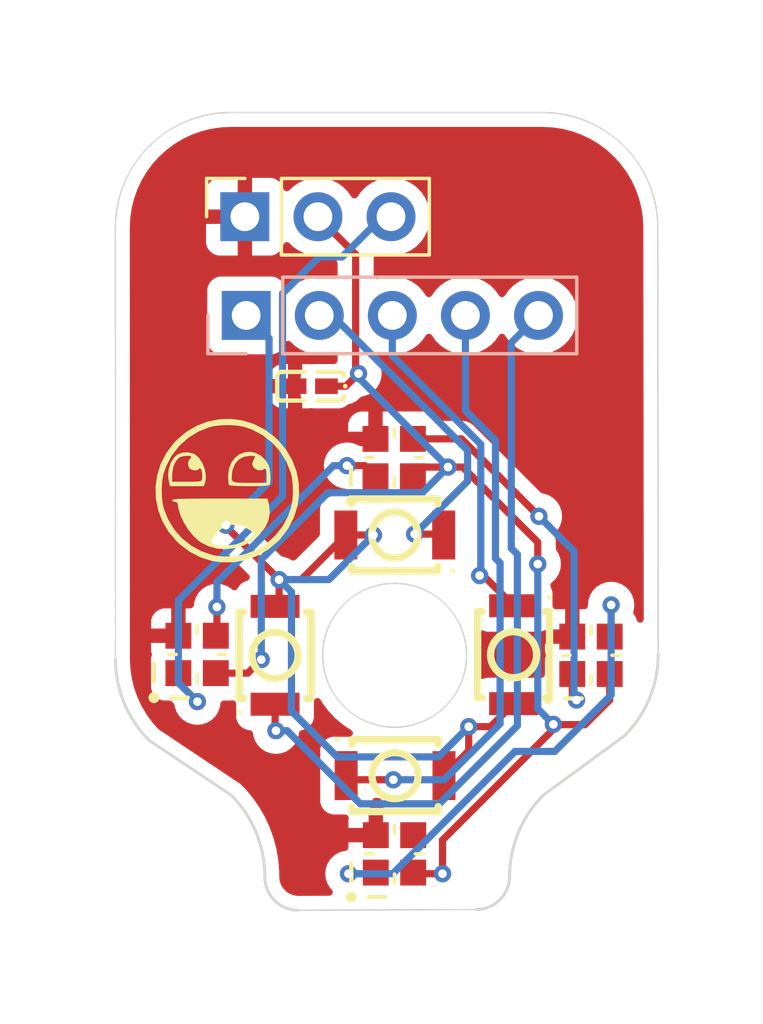
<source format=kicad_pcb>
(kicad_pcb (version 20240108) (generator "pcbnew") (generator_version "8.0")
  (layers (0 "F.Cu" power) (31 "B.Cu" power) (34 "B.Paste" user) (35 "F.Paste" user) (36 "B.SilkS" user "B.Silkscreen") (37 "F.SilkS" user "F.Silkscreen") (38 "B.Mask" user) (39 "F.Mask" user) (44 "Edge.Cuts" user))
  (net 0 "")
  (net 1 "col3")
  (net 2 "col1")
  (net 3 "col2")
  (net 4 "row")
  (net 5 "col4")
  (net 7 "Net-(D1-DOUT)")
  (net 8 "+5V")
  (net 9 "GND")
  (net 10 "DI")
  (net 11 "Net-(D2-DOUT)")
  (net 12 "Net-(D3-DOUT)")
  (footprint "ct-kicad:LED_dilemma_SK6805-EC15_1.5x1.5mm_P0.6mm_handsolder" (layer "F.Cu") (at 144.15 92.59)
    (property "Reference" "D3" (hide yes))
    (property "Value" "SK6805-EC15" (hide yes))
    (fp_line (start -1.5 0.95) (end -1.5 0.325) (stroke (width 0.15)) (layer "F.SilkS"))
    (fp_line (start -1 0) (end -0.725 0) (stroke (width 0.12)) (layer "F.SilkS"))
    (fp_line (start -0.325 1.5) (end -0.9 1.5) (stroke (width 0.15)) (layer "F.SilkS"))
    (fp_line (start 0 -0.725) (end 0 -1) (stroke (width 0.12)) (layer "F.SilkS"))
    (fp_line (start 0 1) (end 0 0.7) (stroke (width 0.12)) (layer "F.SilkS"))
    (fp_line (start 0.725 0) (end 1 0) (stroke (width 0.12)) (layer "F.SilkS"))
    (fp_circle (center -1.5 1.5) (end -1.358579 1.5) (stroke (width 0.1)) (fill solid) (layer "F.SilkS"))
    (pad "1" smd rect (at -0.65 0.65) (size 0.9 0.9) (layers "F.Cu" "F.Paste" "F.Mask") (net 11 "Net-(D2-DOUT)"))
    (pad "2" smd rect (at 0.65 0.65) (size 0.9 0.9) (layers "F.Cu" "F.Paste" "F.Mask") (net 8 "+5V"))
    (pad "3" smd rect (at 0.65 -0.65) (size 0.9 0.9) (layers "F.Cu" "F.Paste" "F.Mask") (net 12 "Net-(D3-DOUT)"))
    (pad "4" smd rect (at -0.65 -0.65) (size 0.9 0.9) (layers "F.Cu" "F.Paste" "F.Mask") (net 9 "GND"))
  )
  (footprint "ct-kicad:awesome-logo" (layer "F.Cu") (at 131.51 86.87)
    (property "Reference" "LOGO1" (hide yes))
    (property "Value" "**REF" (hide yes))
    (fp_poly (pts (xy -1.172119 -1.286262) (xy -1.123842 -1.26186) (xy -0.983301 -1.139644) (xy -0.868064 -0.964072) (xy -0.786073 -0.757991) (xy -0.74527 -0.544247) (xy -0.753597 -0.345685) (xy -0.776871 -0.26377) (xy -0.818681 -0.156308) (xy -1.404296 -0.156308) (xy -1.989911 -0.156308) (xy -2.032 -0.312616) (xy -1.91477 -0.312616) (xy -1.409403 -0.312616) (xy -1.201949 -0.313376) (xy -1.059492 -0.316974) (xy -0.968881 -0.325389) (xy -0.916961 -0.340598) (xy -0.890583 -0.364578) (xy -0.878708 -0.392418) (xy -0.868546 -0.482568) (xy -0.875885 -0.602839) (xy -0.87951 -0.626879) (xy -0.909899 -0.740271) (xy -0.94901 -0.780816) (xy -0.994254 -0.745956) (xy -0.996462 -0.742462) (xy -1.056362 -0.709544) (xy -1.152956 -0.706397) (xy -1.25175 -0.730533) (xy -1.306286 -0.764792) (xy -1.355516 -0.857459) (xy -1.363826 -0.971538) (xy -1.330903 -1.069896) (xy -1.309077 -1.094154) (xy -1.259954 -1.150564) (xy -1.250462 -1.177093) (xy -1.284176 -1.202654) (xy -1.368238 -1.211492) (xy -1.477029 -1.205241) (xy -1.584931 -1.185534) (xy -1.666325 -1.154008) (xy -1.672136 -1.150187) (xy -1.789847 -1.023584) (xy -1.872266 -0.841962) (xy -1.912164 -0.623245) (xy -1.91477 -0.548634) (xy -1.91477 -0.312616) (xy -2.032 -0.312616) (xy -2.034522 -0.321981) (xy -2.060266 -0.530834) (xy -2.036133 -0.749883) (xy -1.969037 -0.958189) (xy -1.865891 -1.13481) (xy -1.73361 -1.258809) (xy -1.723124 -1.26516) (xy -1.551091 -1.325554) (xy -1.356115 -1.332526)) (fill solid) (layer "F.SilkS"))
    (fp_poly (pts (xy 0.989189 -1.3126) (xy 1.172061 -1.212609) (xy 1.334333 -1.049736) (xy 1.428906 -0.89877) (xy 1.463661 -0.792686) (xy 1.487705 -0.646083) (xy 1.499525 -0.485448) (xy 1.497608 -0.337271) (xy 1.480442 -0.228038) (xy 1.468761 -0.200849) (xy 1.422835 -0.182316) (xy 1.309147 -0.168887) (xy 1.124621 -0.160366) (xy 0.866181 -0.156562) (xy 0.762 -0.156308) (xy 0.477982 -0.158569) (xy 0.268914 -0.165479) (xy 0.131721 -0.177234) (xy 0.063324 -0.194028) (xy 0.055238 -0.200849) (xy 0.040885 -0.260789) (xy 0.03044 -0.373577) (xy 0.026942 -0.484865) (xy 0.154853 -0.484865) (xy 0.156156 -0.395985) (xy 0.179254 -0.336291) (xy 0.234787 -0.299988) (xy 0.333395 -0.281284) (xy 0.485717 -0.274385) (xy 0.702394 -0.273499) (xy 0.780312 -0.273539) (xy 1.367692 -0.273539) (xy 1.367692 -0.501488) (xy 1.362353 -0.65648) (xy 1.344209 -0.741411) (xy 1.310066 -0.763782) (xy 1.266378 -0.739457) (xy 1.169724 -0.704079) (xy 1.052506 -0.717898) (xy 0.947566 -0.773052) (xy 0.901827 -0.826747) (xy 0.865476 -0.912427) (xy 0.875182 -0.98813) (xy 0.899354 -1.04167) (xy 0.94257 -1.128359) (xy 0.969036 -1.181831) (xy 0.969156 -1.182077) (xy 0.942695 -1.198775) (xy 0.859384 -1.209389) (xy 0.790573 -1.211385) (xy 0.574368 -1.176314) (xy 0.394938 -1.076653) (xy 0.260928 -0.920727) (xy 0.180986 -0.716863) (xy 0.164704 -0.608724) (xy 0.154853 -0.484865) (xy 0.026942 -0.484865) (xy 0.02635 -0.503695) (xy 0.055396 -0.759927) (xy 0.13835 -0.974265) (xy 0.264568 -1.14371) (xy 0.423404 -1.265264) (xy 0.604216 -1.335929) (xy 0.796359 -1.352707)) (fill solid) (layer "F.SilkS"))
    (fp_poly (pts (xy 1.446746 0.472674) (xy 1.478057 0.757665) (xy 1.432642 1.029649) (xy 1.311009 1.287564) (xy 1.113667 1.530353) (xy 0.841124 1.756957) (xy 0.824491 1.768563) (xy 0.566913 1.905538) (xy 0.27199 1.99425) (xy -0.03832 2.03211) (xy -0.342057 2.016529) (xy -0.617265 1.944918) (xy -0.629434 1.940005) (xy -0.771326 1.875701) (xy -0.901594 1.806861) (xy -0.964012 1.767655) (xy -0.977628 1.755656) (xy -0.5165 1.755656) (xy -0.507552 1.823446) (xy -0.45598 1.868924) (xy -0.35256 1.894787) (xy -0.188068 1.903735) (xy -0.019539 1.900982) (xy 0.165536 1.888992) (xy 0.310407 1.861528) (xy 0.452768 1.80944) (xy 0.554678 1.761566) (xy 0.692219 1.688688) (xy 0.807591 1.618433) (xy 0.877144 1.56528) (xy 0.879581 1.562689) (xy 0.914144 1.514745) (xy 0.905325 1.473856) (xy 0.844214 1.417803) (xy 0.811261 1.392349) (xy 0.57836 1.249346) (xy 0.351089 1.182702) (xy 0.122874 1.191579) (xy -0.112183 1.274802) (xy -0.286278 1.389793) (xy -0.421602 1.53472) (xy -0.502499 1.690967) (xy -0.5165 1.755656) (xy -0.977628 1.755656) (xy -1.1613 1.593798) (xy -1.347009 1.369482) (xy -1.507639 1.116392) (xy -1.629689 0.856216) (xy -1.699658 0.610639) (xy -1.70461 0.578053) (xy -1.724539 0.464188) (xy -1.752923 0.408569) (xy -1.80219 0.391389) (xy -1.822112 0.390769) (xy -1.8969 0.369459) (xy -1.91477 0.332153) (xy -1.907019 0.317738) (xy -1.879329 0.305852) (xy -1.825042 0.29626) (xy -1.7375 0.288726) (xy -1.610045 0.283014) (xy -1.436019 0.27889) (xy -1.208764 0.276117) (xy -0.921623 0.27446) (xy -0.567937 0.273684) (xy -0.257898 0.273538) (xy 1.398974 0.273538)) (fill solid) (layer "F.SilkS"))
    (fp_poly (pts (xy 0.537852 -2.438962) (xy 0.930912 -2.315376) (xy 1.304428 -2.124188) (xy 1.650008 -1.865398) (xy 1.760829 -1.76083) (xy 2.042857 -1.426792) (xy 2.257282 -1.061932) (xy 2.404105 -0.674643) (xy 2.483326 -0.27332) (xy 2.494945 0.133643) (xy 2.438961 0.537852) (xy 2.315375 0.930912) (xy 2.124187 1.304428) (xy 1.865397 1.650008) (xy 1.760829 1.760829) (xy 1.424736 2.04365) (xy 1.051997 2.26061) (xy 0.651212 2.409167) (xy 0.230983 2.48678) (xy -0.200092 2.490906) (xy -0.540497 2.441004) (xy -0.929452 2.31819) (xy -1.301898 2.125579) (xy -1.642866 1.871515) (xy -1.76083 1.760829) (xy -2.042858 1.426791) (xy -2.257283 1.061931) (xy -2.404106 0.674642) (xy -2.483327 0.273319) (xy -2.493915 -0.097577) (xy -2.278606 -0.097577) (xy -2.274567 0.188404) (xy -2.245304 0.453517) (xy -2.211012 0.605692) (xy -2.057055 0.998209) (xy -1.840748 1.351175) (xy -1.569461 1.658055) (xy -1.250559 1.912316) (xy -0.891412 2.107423) (xy -0.499386 2.236842) (xy -0.33598 2.268603) (xy -0.102895 2.286296) (xy 0.1663 2.277424) (xy 0.435172 2.244488) (xy 0.62523 2.202585) (xy 1.001069 2.057452) (xy 1.345058 1.846089) (xy 1.648994 1.576757) (xy 1.904673 1.257716) (xy 2.103894 0.897227) (xy 2.211011 0.605692) (xy 2.25742 0.372813) (xy 2.278605 0.097576) (xy 2.274566 -0.188405) (xy 2.245303 -0.453518) (xy 2.211011 -0.605693) (xy 2.055451 -1.001304) (xy 1.835706 -1.357418) (xy 1.558575 -1.667234) (xy 1.23086 -1.923952) (xy 0.859359 -2.120772) (xy 0.605692 -2.211012) (xy 0.372813 -2.257421) (xy 0.097576 -2.278606) (xy -0.188405 -2.274567) (xy -0.453518 -2.245304) (xy -0.605693 -2.211012) (xy -1.001304 -2.055452) (xy -1.357418 -1.835707) (xy -1.667234 -1.558576) (xy -1.923952 -1.230861) (xy -2.120772 -0.85936) (xy -2.211012 -0.605693) (xy -2.257421 -0.372814) (xy -2.278606 -0.097577) (xy -2.493915 -0.097577) (xy -2.494945 -0.133644) (xy -2.438962 -0.537853) (xy -2.315376 -0.930912) (xy -2.124188 -1.304429) (xy -1.865398 -1.650009) (xy -1.76083 -1.76083) (xy -1.426792 -2.042858) (xy -1.061932 -2.257283) (xy -0.674643 -2.404106) (xy -0.27332 -2.483327) (xy 0.133643 -2.494945)) (fill solid) (layer "F.SilkS"))
  )
  (footprint "Connector_PinSocket_2.54mm:PinSocket_1x03_P2.54mm_Vertical" (layer "F.Cu") (at 132.12 77.35 90)
    (property "Reference" "J2" (hide yes))
    (property "Value" "Conn_01x03_Socket")
    (fp_line (start 1.33 -1.33) (end 1.33 0) (stroke (width 0.12)) (layer "F.SilkS"))
    (fp_line (start 0 -1.33) (end 1.33 -1.33) (stroke (width 0.12)) (layer "F.SilkS"))
    (fp_line (start 1.33 1.27) (end 1.33 6.41) (stroke (width 0.12)) (layer "F.SilkS"))
    (fp_line (start -1.33 1.27) (end 1.33 1.27) (stroke (width 0.12)) (layer "F.SilkS"))
    (fp_line (start -1.33 1.27) (end -1.33 6.41) (stroke (width 0.12)) (layer "F.SilkS"))
    (fp_line (start -1.33 6.41) (end 1.33 6.41) (stroke (width 0.12)) (layer "F.SilkS"))
    (pad "1" thru_hole rect (at 0 0 90) (size 1.7 1.7) (drill 1) (layers "*.Cu" "*.Mask") (net 9 "GND"))
    (pad "2" thru_hole oval (at 0 2.54 90) (size 1.7 1.7) (drill 1) (layers "*.Cu" "*.Mask") (net 8 "+5V"))
    (pad "3" thru_hole oval (at 0 5.08 90) (size 1.7 1.7) (drill 1) (layers "*.Cu" "*.Mask") (net 10 "DI"))
  )
  (footprint "ct-kicad:LED_dilemma_SK6805-EC15_1.5x1.5mm_P0.6mm_handsolder" (layer "F.Cu") (at 137.31 85.72)
    (property "Reference" "D2" (hide yes))
    (property "Value" "SK6805-EC15" (hide yes))
    (fp_line (start -1.5 0.95) (end -1.5 0.325) (stroke (width 0.15)) (layer "F.SilkS"))
    (fp_line (start -1 0) (end -0.725 0) (stroke (width 0.12)) (layer "F.SilkS"))
    (fp_line (start -0.325 1.5) (end -0.9 1.5) (stroke (width 0.15)) (layer "F.SilkS"))
    (fp_line (start 0 -0.725) (end 0 -1) (stroke (width 0.12)) (layer "F.SilkS"))
    (fp_line (start 0 1) (end 0 0.7) (stroke (width 0.12)) (layer "F.SilkS"))
    (fp_line (start 0.725 0) (end 1 0) (stroke (width 0.12)) (layer "F.SilkS"))
    (fp_circle (center -1.5 1.5) (end -1.358579 1.5) (stroke (width 0.1)) (fill solid) (layer "F.SilkS"))
    (pad "1" smd rect (at -0.65 0.65) (size 0.9 0.9) (layers "F.Cu" "F.Paste" "F.Mask") (net 7 "Net-(D1-DOUT)"))
    (pad "2" smd rect (at 0.65 0.65) (size 0.9 0.9) (layers "F.Cu" "F.Paste" "F.Mask") (net 8 "+5V"))
    (pad "3" smd rect (at 0.65 -0.65) (size 0.9 0.9) (layers "F.Cu" "F.Paste" "F.Mask") (net 11 "Net-(D2-DOUT)"))
    (pad "4" smd rect (at -0.65 -0.65) (size 0.9 0.9) (layers "F.Cu" "F.Paste" "F.Mask") (net 9 "GND"))
  )
  (footprint "ct-kicad:KEY-SMD_B3U-1000PM" (layer "F.Cu") (at 137.33 88.41 180)
    (property "Reference" "U1" (hide yes))
    (property "Value" "D2LS-21_C3823622")
    (fp_line (start 1.5 1.250013) (end -1.5 1.250013) (stroke (width 0.254001)) (layer "F.SilkS"))
    (fp_line (start 1.5 1.081153) (end 1.5 1.250013) (stroke (width 0.254001)) (layer "F.SilkS"))
    (fp_line (start 1.5 -1.249987) (end 1.5 -1.081128) (stroke (width 0.254001)) (layer "F.SilkS"))
    (fp_line (start -1.5 1.250038) (end 1.5 1.250013) (stroke (width 0.254001)) (layer "F.SilkS"))
    (fp_line (start -1.5 1.250013) (end -1.5 1.086868) (stroke (width 0.254001)) (layer "F.SilkS"))
    (fp_line (start -1.5 -1.081153) (end -1.5 -1.249987) (stroke (width 0.254001)) (layer "F.SilkS"))
    (fp_line (start -1.5 -1.249987) (end 1.5 -1.249962) (stroke (width 0.254001)) (layer "F.SilkS"))
    (fp_line (start -1.5 -1.249987) (end 1.5 -1.249987) (stroke (width 0.254001)) (layer "F.SilkS"))
    (fp_circle (center 0 0) (end 0.800102 0) (stroke (width 0.254001)) (fill none) (layer "F.SilkS"))
    (fp_circle (center -2 -1.250013) (end -1.970003 -1.250013) (stroke (width 0.059995)) (fill none) (layer "F.SilkS"))
    (pad "1" smd rect (at -1.7 0 180) (size 0.8 1.7) (layers "F.Cu" "F.Paste" "F.Mask") (net 2 "col1"))
    (pad "2" smd rect (at 1.7 0 180) (size 0.8 1.7) (layers "F.Cu" "F.Paste" "F.Mask") (net 4 "row"))
  )
  (footprint "ct-kicad:KEY-SMD_B3U-1000PM" (layer "F.Cu") (at 133.17 92.59 90)
    (property "Reference" "U4" (hide yes))
    (property "Value" "D2LS-21_C3823622")
    (fp_line (start 1.5 -1.249987) (end 1.5 -1.081128) (stroke (width 0.254001)) (layer "F.SilkS"))
    (fp_line (start -1.5 -1.249987) (end 1.5 -1.249987) (stroke (width 0.254001)) (layer "F.SilkS"))
    (fp_line (start -1.5 -1.249987) (end 1.5 -1.249962) (stroke (width 0.254001)) (layer "F.SilkS"))
    (fp_line (start -1.5 -1.081153) (end -1.5 -1.249987) (stroke (width 0.254001)) (layer "F.SilkS"))
    (fp_line (start 1.5 1.081153) (end 1.5 1.250013) (stroke (width 0.254001)) (layer "F.SilkS"))
    (fp_line (start 1.5 1.250013) (end -1.5 1.250013) (stroke (width 0.254001)) (layer "F.SilkS"))
    (fp_line (start -1.5 1.250013) (end -1.5 1.086868) (stroke (width 0.254001)) (layer "F.SilkS"))
    (fp_line (start -1.5 1.250038) (end 1.5 1.250013) (stroke (width 0.254001)) (layer "F.SilkS"))
    (fp_circle (center -2 -1.250013) (end -1.970003 -1.250013) (stroke (width 0.059995)) (fill none) (layer "F.SilkS"))
    (fp_circle (center 0 0) (end 0.800102 0) (stroke (width 0.254001)) (fill none) (layer "F.SilkS"))
    (pad "1" smd rect (at -1.7 0 90) (size 0.8 1.7) (layers "F.Cu" "F.Paste" "F.Mask") (net 5 "col4"))
    (pad "2" smd rect (at 1.7 0 90) (size 0.8 1.7) (layers "F.Cu" "F.Paste" "F.Mask") (net 4 "row"))
  )
  (footprint "ct-kicad:KEY-SMD_B3U-1000PM" (layer "F.Cu") (at 141.46 92.57 -90)
    (property "Reference" "U2" (hide yes))
    (property "Value" "D2LS-21_C3823622")
    (fp_line (start -1.5 1.250038) (end 1.5 1.250013) (stroke (width 0.254001)) (layer "F.SilkS"))
    (fp_line (start -1.5 1.250013) (end -1.5 1.086868) (stroke (width 0.254001)) (layer "F.SilkS"))
    (fp_line (start 1.5 1.250013) (end -1.5 1.250013) (stroke (width 0.254001)) (layer "F.SilkS"))
    (fp_line (start 1.5 1.081153) (end 1.5 1.250013) (stroke (width 0.254001)) (layer "F.SilkS"))
    (fp_line (start -1.5 -1.081153) (end -1.5 -1.249987) (stroke (width 0.254001)) (layer "F.SilkS"))
    (fp_line (start -1.5 -1.249987) (end 1.5 -1.249962) (stroke (width 0.254001)) (layer "F.SilkS"))
    (fp_line (start -1.5 -1.249987) (end 1.5 -1.249987) (stroke (width 0.254001)) (layer "F.SilkS"))
    (fp_line (start 1.5 -1.249987) (end 1.5 -1.081128) (stroke (width 0.254001)) (layer "F.SilkS"))
    (fp_circle (center 0 0) (end 0.800102 0) (stroke (width 0.254001)) (fill none) (layer "F.SilkS"))
    (fp_circle (center -2 -1.250013) (end -1.970003 -1.250013) (stroke (width 0.059995)) (fill none) (layer "F.SilkS"))
    (pad "1" smd rect (at -1.7 0 270) (size 0.8 1.7) (layers "F.Cu" "F.Paste" "F.Mask") (net 3 "col2"))
    (pad "2" smd rect (at 1.7 0 270) (size 0.8 1.7) (layers "F.Cu" "F.Paste" "F.Mask") (net 4 "row"))
  )
  (footprint "ct-kicad:LED_dilemma_SK6805-EC15_1.5x1.5mm_P0.6mm_handsolder" (layer "F.Cu") (at 130.46 92.56)
    (property "Reference" "D1" (hide yes))
    (property "Value" "SK6805-EC15" (hide yes))
    (fp_line (start -1.5 0.95) (end -1.5 0.325) (stroke (width 0.15)) (layer "F.SilkS"))
    (fp_line (start -1 0) (end -0.725 0) (stroke (width 0.12)) (layer "F.SilkS"))
    (fp_line (start -0.325 1.5) (end -0.9 1.5) (stroke (width 0.15)) (layer "F.SilkS"))
    (fp_line (start 0 -0.725) (end 0 -1) (stroke (width 0.12)) (layer "F.SilkS"))
    (fp_line (start 0 1) (end 0 0.7) (stroke (width 0.12)) (layer "F.SilkS"))
    (fp_line (start 0.725 0) (end 1 0) (stroke (width 0.12)) (layer "F.SilkS"))
    (fp_circle (center -1.5 1.5) (end -1.358579 1.5) (stroke (width 0.1)) (fill solid) (layer "F.SilkS"))
    (pad "1" smd rect (at -0.65 0.65) (size 0.9 0.9) (layers "F.Cu" "F.Paste" "F.Mask") (net 10 "DI"))
    (pad "2" smd rect (at 0.65 0.65) (size 0.9 0.9) (layers "F.Cu" "F.Paste" "F.Mask") (net 8 "+5V"))
    (pad "3" smd rect (at 0.65 -0.65) (size 0.9 0.9) (layers "F.Cu" "F.Paste" "F.Mask") (net 7 "Net-(D1-DOUT)"))
    (pad "4" smd rect (at -0.65 -0.65) (size 0.9 0.9) (layers "F.Cu" "F.Paste" "F.Mask") (net 9 "GND"))
  )
  (footprint "ct-kicad:KEY-SMD_B3U-1000PM" (layer "F.Cu") (at 137.34 96.77)
    (property "Reference" "U3" (hide yes))
    (property "Value" "D2LS-21_C3823622")
    (fp_line (start -1.5 -1.249987) (end 1.5 -1.249987) (stroke (width 0.254001)) (layer "F.SilkS"))
    (fp_line (start -1.5 -1.249987) (end 1.5 -1.249962) (stroke (width 0.254001)) (layer "F.SilkS"))
    (fp_line (start -1.5 -1.081153) (end -1.5 -1.249987) (stroke (width 0.254001)) (layer "F.SilkS"))
    (fp_line (start -1.5 1.250013) (end -1.5 1.086868) (stroke (width 0.254001)) (layer "F.SilkS"))
    (fp_line (start -1.5 1.250038) (end 1.5 1.250013) (stroke (width 0.254001)) (layer "F.SilkS"))
    (fp_line (start 1.5 -1.249987) (end 1.5 -1.081128) (stroke (width 0.254001)) (layer "F.SilkS"))
    (fp_line (start 1.5 1.081153) (end 1.5 1.250013) (stroke (width 0.254001)) (layer "F.SilkS"))
    (fp_line (start 1.5 1.250013) (end -1.5 1.250013) (stroke (width 0.254001)) (layer "F.SilkS"))
    (fp_circle (center -2 -1.250013) (end -1.970003 -1.250013) (stroke (width 0.059995)) (fill none) (layer "F.SilkS"))
    (fp_circle (center 0 0) (end 0.800102 0) (stroke (width 0.254001)) (fill none) (layer "F.SilkS"))
    (pad "1" smd rect (at -1.7 0) (size 0.8 1.7) (layers "F.Cu" "F.Paste" "F.Mask") (net 1 "col3"))
    (pad "2" smd rect (at 1.7 0) (size 0.8 1.7) (layers "F.Cu" "F.Paste" "F.Mask") (net 4 "row"))
  )
  (footprint "ct-kicad:LED_dilemma_SK6805-EC15_1.5x1.5mm_P0.6mm_handsolder" (layer "F.Cu") (at 137.32 99.49)
    (property "Reference" "D4" (hide yes))
    (property "Value" "SK6805-EC15" (hide yes))
    (fp_line (start -1.5 0.95) (end -1.5 0.325) (stroke (width 0.15)) (layer "F.SilkS"))
    (fp_line (start -1 0) (end -0.725 0) (stroke (width 0.12)) (layer "F.SilkS"))
    (fp_line (start -0.325 1.5) (end -0.9 1.5) (stroke (width 0.15)) (layer "F.SilkS"))
    (fp_line (start 0 -0.725) (end 0 -1) (stroke (width 0.12)) (layer "F.SilkS"))
    (fp_line (start 0 1) (end 0 0.7) (stroke (width 0.12)) (layer "F.SilkS"))
    (fp_line (start 0.725 0) (end 1 0) (stroke (width 0.12)) (layer "F.SilkS"))
    (fp_circle (center -1.5 1.5) (end -1.358579 1.5) (stroke (width 0.1)) (fill solid) (layer "F.SilkS"))
    (pad "1" smd rect (at -0.65 0.65) (size 0.9 0.9) (layers "F.Cu" "F.Paste" "F.Mask") (net 12 "Net-(D3-DOUT)"))
    (pad "2" smd rect (at 0.65 0.65) (size 0.9 0.9) (layers "F.Cu" "F.Paste" "F.Mask") (net 8 "+5V"))
    (pad "3" smd rect (at 0.65 -0.65) (size 0.9 0.9) (layers "F.Cu" "F.Paste" "F.Mask"))
    (pad "4" smd rect (at -0.65 -0.65) (size 0.9 0.9) (layers "F.Cu" "F.Paste" "F.Mask") (net 9 "GND"))
  )
  (footprint "ct-kicad:C0402" (layer "F.Cu") (at 134.41 83.24 180)
    (property "Reference" "C1" (hide yes))
    (property "Value" "C0402X7R104K160NTB")
    (fp_line (start 1.168707 0.346203) (end 1.168707 -0.346203) (stroke (width 0.1524)) (layer "F.SilkS"))
    (fp_line (start 1.016307 -0.498603) (end 0.226213 -0.498603) (stroke (width 0.1524)) (layer "F.SilkS"))
    (fp_line (start 0.226213 0.498603) (end 1.016307 0.498603) (stroke (width 0.1524)) (layer "F.SilkS"))
    (fp_line (start -0.226213 0.498603) (end -1.016307 0.498603) (stroke (width 0.1524)) (layer "F.SilkS"))
    (fp_line (start -1.016307 -0.498603) (end -0.226213 -0.498603) (stroke (width 0.1524)) (layer "F.SilkS"))
    (fp_arc (start 1.168707 0.346203) (mid 1.124069 0.453967) (end 1.016307 0.498603) (stroke (width 0.1524)) (layer "F.SilkS"))
    (fp_arc (start 1.016307 -0.498603) (mid 1.124067 -0.453964) (end 1.168707 -0.346203) (stroke (width 0.1524)) (layer "F.SilkS"))
    (fp_arc (start -1.016307 0.498603) (mid -1.12407 0.453966) (end -1.168707 0.346203) (stroke (width 0.1524)) (layer "F.SilkS"))
    (fp_arc (start -1.168707 -0.346203) (mid -1.12407 -0.453966) (end -1.016307 -0.498603) (stroke (width 0.1524)) (layer "F.SilkS"))
    (fp_circle (center -1.2 0) (end -1.15 0) (stroke (width 0.059995)) (fill solid) (layer "F.SilkS"))
    (pad "1" smd rect (at -0.545085 0 180) (size 0.790094 0.540005) (layers "F.Cu" "F.Paste" "F.Mask") (net 8 "+5V"))
    (pad "2" smd rect (at 0.545085 0 180) (size 0.790094 0.540005) (layers "F.Cu" "F.Paste" "F.Mask") (net 9 "GND"))
  )
  (footprint "Connector_PinSocket_2.54mm:PinSocket_1x05_P2.54mm_Vertical" (layer "B.Cu") (at 132.165373 80.780671 -90)
    (property "Reference" "J1" (hide yes))
    (property "Value" "Conn_01x05_Socket")
    (fp_line (start 1.33 1.33) (end 0 1.33) (stroke (width 0.12)) (layer "B.SilkS"))
    (fp_line (start 1.33 0) (end 1.33 1.33) (stroke (width 0.12)) (layer "B.SilkS"))
    (fp_line (start 1.33 -1.27) (end -1.33 -1.27) (stroke (width 0.12)) (layer "B.SilkS"))
    (fp_line (start -1.33 -11.49) (end -1.33 -1.27) (stroke (width 0.12)) (layer "B.SilkS"))
    (fp_line (start 1.33 -11.49) (end 1.33 -1.27) (stroke (width 0.12)) (layer "B.SilkS"))
    (fp_line (start 1.33 -11.49) (end -1.33 -11.49) (stroke (width 0.12)) (layer "B.SilkS"))
    (pad "1" thru_hole rect (at 0 0 270) (size 1.7 1.7) (drill 1) (layers "*.Cu" "*.Mask") (net 4 "row"))
    (pad "2" thru_hole oval (at 0 -2.54 270) (size 1.7 1.7) (drill 1) (layers "*.Cu" "*.Mask") (net 2 "col1"))
    (pad "3" thru_hole oval (at 0 -5.08 270) (size 1.7 1.7) (drill 1) (layers "*.Cu" "*.Mask") (net 3 "col2"))
    (pad "4" thru_hole oval (at 0 -7.62 270) (size 1.7 1.7) (drill 1) (layers "*.Cu" "*.Mask") (net 1 "col3"))
    (pad "5" thru_hole oval (at 0 -10.16 270) (size 1.7 1.7) (drill 1) (layers "*.Cu" "*.Mask") (net 5 "col4"))
  )
  (gr_arc (start 146.484482 92.559267) (mid 146.18 94.09) (end 145.312909 95.387693) (stroke (width 0.1)) (layer "Edge.Cuts"))
  (gr_arc (start 133.96 101.45) (mid 133.144692 101.100188) (end 132.814087 100.276904) (stroke (width 0.1)) (layer "Edge.Cuts"))
  (gr_line (start 131.62 73.73) (end 142.47 73.73) (stroke (width 0.05)) (layer "Edge.Cuts"))
  (gr_arc (start 131.642514 97.448478) (mid 132.509605 98.746171) (end 132.814087 100.276904) (stroke (width 0.1)) (layer "Edge.Cuts"))
  (gr_line (start 127.623433 92.719267) (end 127.62 77.73) (stroke (width 0.05)) (layer "Edge.Cuts"))
  (gr_line (start 142.492515 97.448477) (end 145.312909 95.387693) (stroke (width 0.1)) (layer "Edge.Cuts"))
  (gr_arc (start 127.62 77.73) (mid 128.791573 74.901573) (end 131.62 73.73) (stroke (width 0.05)) (layer "Edge.Cuts"))
  (gr_line (start 140.147847 101.422817) (end 133.96 101.45) (stroke (width 0.05)) (layer "Edge.Cuts"))
  (gr_arc (start 141.320943 100.276904) (mid 141.625425 98.746171) (end 142.492516 97.448478) (stroke (width 0.1)) (layer "Edge.Cuts"))
  (gr_line (start 131.642515 97.448477) (end 128.795006 95.547693) (stroke (width 0.1)) (layer "Edge.Cuts"))
  (gr_arc (start 128.795006 95.547693) (mid 127.927915 94.25) (end 127.623433 92.719267) (stroke (width 0.1)) (layer "Edge.Cuts"))
  (gr_circle (center 137.325 92.59) (end 139.825 92.59) (stroke (width 0.05)) (fill none) (layer "Edge.Cuts"))
  (gr_line (start 146.47 77.73) (end 146.484482 92.559267) (stroke (width 0.05)) (layer "Edge.Cuts"))
  (gr_arc (start 142.47 73.73) (mid 145.298427 74.901573) (end 146.47 77.73) (stroke (width 0.05)) (layer "Edge.Cuts"))
  (gr_arc (start 141.320943 100.276904) (mid 140.971131 101.092212) (end 140.147847 101.422817) (stroke (width 0.1)) (layer "Edge.Cuts"))
  (segment (start 137.28 96.915) (end 135.785 96.915) (width 0.25) (layer "F.Cu") (net 1))
  (segment (start 135.785 96.915) (end 135.64 96.77) (width 0.25) (layer "F.Cu") (net 1))
  (via (at 137.28 96.915) (size 0.6) (drill 0.3) (layers "F.Cu" "B.Cu") (net 1))
  (segment (start 139.785373 84.085373) (end 139.785373 80.780671) (width 0.25) (layer "B.Cu") (net 1))
  (segment (start 139.045 96.915) (end 140.99 94.97) (width 0.25) (layer "B.Cu") (net 1))
  (segment (start 137.28 96.915) (end 139.045 96.915) (width 0.25) (layer "B.Cu") (net 1))
  (segment (start 140.83 89.22) (end 140.83 85.13) (width 0.25) (layer "B.Cu") (net 1))
  (segment (start 140.99 94.97) (end 140.99 89.38) (width 0.25) (layer "B.Cu") (net 1))
  (segment (start 140.83 85.13) (end 139.785373 84.085373) (width 0.25) (layer "B.Cu") (net 1))
  (segment (start 140.99 89.38) (end 140.83 89.22) (width 0.25) (layer "B.Cu") (net 1))
  (segment (start 138.02 88.38) (end 138.03 88.37) (width 0.25) (layer "F.Cu") (net 2))
  (segment (start 139 88.38) (end 139.03 88.41) (width 0.25) (layer "F.Cu") (net 2))
  (segment (start 138.02 88.38) (end 139 88.38) (width 0.25) (layer "F.Cu") (net 2))
  (via (at 138.02 88.38) (size 0.6) (drill 0.3) (layers "F.Cu" "B.Cu") (net 2))
  (segment (start 138.02 88.38) (end 139.86 86.54) (width 0.25) (layer "B.Cu") (net 2))
  (segment (start 137.12 82.74) (end 135.160671 80.780671) (width 0.25) (layer "B.Cu") (net 2))
  (segment (start 139.86 85.47) (end 137.13 82.74) (width 0.25) (layer "B.Cu") (net 2))
  (segment (start 137.13 82.74) (end 137.12 82.74) (width 0.25) (layer "B.Cu") (net 2))
  (segment (start 139.86 86.54) (end 139.86 85.47) (width 0.25) (layer "B.Cu") (net 2))
  (segment (start 135.160671 80.780671) (end 134.705373 80.780671) (width 0.25) (layer "B.Cu") (net 2))
  (segment (start 140.28 89.82) (end 140.41 89.82) (width 0.25) (layer "F.Cu") (net 3))
  (segment (start 140.41 89.82) (end 141.46 90.87) (width 0.25) (layer "F.Cu") (net 3))
  (via (at 140.28 89.82) (size 0.6) (drill 0.3) (layers "F.Cu" "B.Cu") (net 3))
  (segment (start 140.32 89.78) (end 140.32 85.26) (width 0.25) (layer "B.Cu") (net 3))
  (segment (start 137.245373 82.185373) (end 137.245373 80.780671) (width 0.25) (layer "B.Cu") (net 3))
  (segment (start 140.32 85.26) (end 137.245373 82.185373) (width 0.25) (layer "B.Cu") (net 3))
  (segment (start 140.28 89.82) (end 140.32 89.78) (width 0.25) (layer "B.Cu") (net 3))
  (segment (start 131.46 88.11) (end 133.31 89.96) (width 0.25) (layer "F.Cu") (net 4))
  (segment (start 131.46 88.07) (end 131.46 88.11) (width 0.25) (layer "F.Cu") (net 4))
  (segment (start 133.31 89.96) (end 133.31 90.75) (width 0.25) (layer "F.Cu") (net 4))
  (segment (start 132.180671 80.780671) (end 132.165373 80.780671) (width 0.25) (layer "F.Cu") (net 4))
  (segment (start 134.08 89.96) (end 135.63 88.41) (width 0.25) (layer "F.Cu") (net 4))
  (segment (start 133.31 89.96) (end 134.08 89.96) (width 0.25) (layer "F.Cu") (net 4))
  (segment (start 139.9 95.07) (end 139.9 95.91) (width 0.25) (layer "F.Cu") (net 4))
  (segment (start 139.9 95.07) (end 140.66 95.07) (width 0.25) (layer "F.Cu") (net 4))
  (segment (start 139.9 95.91) (end 139.04 96.77) (width 0.25) (layer "F.Cu") (net 4))
  (segment (start 136.59 88.41) (end 135.63 88.41) (width 0.25) (layer "F.Cu") (net 4))
  (segment (start 133.31 90.75) (end 133.17 90.89) (width 0.25) (layer "F.Cu") (net 4))
  (segment (start 140.66 95.07) (end 141.46 94.27) (width 0.25) (layer "F.Cu") (net 4))
  (via (at 139.9 95.07) (size 0.6) (drill 0.3) (layers "F.Cu" "B.Cu") (net 4))
  (via (at 131.46 88.07) (size 0.6) (drill 0.3) (layers "F.Cu" "B.Cu") (net 4))
  (via (at 136.59 88.41) (size 0.6) (drill 0.3) (layers "F.Cu" "B.Cu") (net 4))
  (via (at 133.31 89.96) (size 0.6) (drill 0.3) (layers "F.Cu" "B.Cu") (net 4))
  (segment (start 135.04 89.96) (end 136.59 88.41) (width 0.25) (layer "B.Cu") (net 4))
  (segment (start 133.74 90.39) (end 133.74 94.53) (width 0.25) (layer "B.Cu") (net 4))
  (segment (start 133.31 89.96) (end 133.74 90.39) (width 0.25) (layer "B.Cu") (net 4))
  (segment (start 138.85 96.12) (end 139.9 95.07) (width 0.25) (layer "B.Cu") (net 4))
  (segment (start 132.96 86.57) (end 132.96 81.575298) (width 0.25) (layer "B.Cu") (net 4))
  (segment (start 133.74 94.53) (end 135.33 96.12) (width 0.25) (layer "B.Cu") (net 4))
  (segment (start 131.46 88.07) (end 132.96 86.57) (width 0.25) (layer "B.Cu") (net 4))
  (segment (start 133.31 89.96) (end 135.04 89.96) (width 0.25) (layer "B.Cu") (net 4))
  (segment (start 135.33 96.12) (end 138.85 96.12) (width 0.25) (layer "B.Cu") (net 4))
  (segment (start 132.96 81.575298) (end 132.165373 80.780671) (width 0.25) (layer "B.Cu") (net 4))
  (segment (start 133.2 95.21) (end 133.17 95.18) (width 0.25) (layer "F.Cu") (net 5))
  (segment (start 133.17 95.18) (end 133.17 94.29) (width 0.25) (layer "F.Cu") (net 5))
  (via (at 133.2 95.21) (size 0.6) (drill 0.3) (layers "F.Cu" "B.Cu") (net 5))
  (segment (start 136.13 97.75) (end 138.88 97.75) (width 0.25) (layer "B.Cu") (net 5))
  (segment (start 138.88 97.75) (end 141.59 95.04) (width 0.25) (layer "B.Cu") (net 5))
  (segment (start 142.39 80.845298) (end 142.325373 80.780671) (width 0.25) (layer "B.Cu") (net 5))
  (segment (start 133.59 95.21) (end 136.13 97.75) (width 0.25) (layer "B.Cu") (net 5))
  (segment (start 141.38 88.87) (end 141.38 81.726044) (width 0.25) (layer "B.Cu") (net 5))
  (segment (start 141.38 81.726044) (end 142.325373 80.780671) (width 0.25) (layer "B.Cu") (net 5))
  (segment (start 133.2 95.21) (end 133.59 95.21) (width 0.25) (layer "B.Cu") (net 5))
  (segment (start 141.59 95.04) (end 141.59 89.08) (width 0.25) (layer "B.Cu") (net 5))
  (segment (start 141.59 89.08) (end 141.38 88.87) (width 0.25) (layer "B.Cu") (net 5))
  (segment (start 131.15 91.87) (end 131.15 90.91) (width 0.25) (layer "F.Cu") (net 7))
  (segment (start 135.67 86) (end 136.29 86) (width 0.25) (layer "F.Cu") (net 7))
  (segment (start 131.11 91.91) (end 131.15 91.87) (width 0.25) (layer "F.Cu") (net 7))
  (segment (start 136.29 86) (end 136.66 86.37) (width 0.25) (layer "F.Cu") (net 7))
  (via (at 131.15 90.91) (size 0.6) (drill 0.3) (layers "F.Cu" "B.Cu") (net 7))
  (via (at 135.67 86) (size 0.6) (drill 0.3) (layers "F.Cu" "B.Cu") (net 7))
  (segment (start 135.2 86) (end 135.67 86) (width 0.25) (layer "B.Cu") (net 7))
  (segment (start 131.15 90.05) (end 135.2 86) (width 0.25) (layer "B.Cu") (net 7))
  (segment (start 131.15 90.91) (end 131.15 90.05) (width 0.25) (layer "B.Cu") (net 7))
  (segment (start 138.99 100.18) (end 138.01 100.18) (width 0.25) (layer "F.Cu") (net 8))
  (segment (start 142.841355 94.99) (end 142.841355 95.158645) (width 0.25) (layer "F.Cu") (net 8))
  (segment (start 142.851355 95) (end 143.94 95) (width 0.25) (layer "F.Cu") (net 8))
  (segment (start 139.69 86.05) (end 139.18 86.05) (width 0.25) (layer "F.Cu") (net 8))
  (segment (start 142.3 88.66) (end 139.69 86.05) (width 0.25) (layer "F.Cu") (net 8))
  (segment (start 135.63 83.24) (end 136.07 82.8) (width 0.25) (layer "F.Cu") (net 8))
  (segment (start 134.955085 83.24) (end 135.63 83.24) (width 0.25) (layer "F.Cu") (net 8))
  (segment (start 131.11 93.21) (end 132.22 93.21) (width 0.25) (layer "F.Cu") (net 8))
  (segment (start 142.3 89.42) (end 142.3 88.66) (width 0.25) (layer "F.Cu") (net 8))
  (segment (start 136.07 82.8) (end 135.97 82.7) (width 0.25) (layer "F.Cu") (net 8))
  (segment (start 135.97 78.66) (end 134.66 77.35) (width 0.25) (layer "F.Cu") (net 8))
  (segment (start 138.01 100.18) (end 137.97 100.14) (width 0.25) (layer "F.Cu") (net 8))
  (segment (start 142.841355 94.99) (end 142.851355 95) (width 0.25) (layer "F.Cu") (net 8))
  (segment (start 132.22 93.21) (end 132.69 92.74) (width 0.25) (layer "F.Cu") (net 8))
  (segment (start 135.97 82.7) (end 135.97 78.66) (width 0.25) (layer "F.Cu") (net 8))
  (segment (start 138.28 86.05) (end 137.96 86.37) (width 0.25) (layer "F.Cu") (net 8))
  (segment (start 144.8 94.14) (end 144.8 93.24) (width 0.25) (layer "F.Cu") (net 8))
  (segment (start 138.99 99.01) (end 138.99 100.18) (width 0.25) (layer "F.Cu") (net 8))
  (segment (start 142.841355 95.158645) (end 138.99 99.01) (width 0.25) (layer "F.Cu") (net 8))
  (segment (start 139.18 86.05) (end 138.28 86.05) (width 0.25) (layer "F.Cu") (net 8))
  (segment (start 143.94 95) (end 144.8 94.14) (width 0.25) (layer "F.Cu") (net 8))
  (via (at 142.3 89.42) (size 0.6) (drill 0.3) (layers "F.Cu" "B.Cu") (net 8))
  (via (at 138.99 100.18) (size 0.6) (drill 0.3) (layers "F.Cu" "B.Cu") (net 8))
  (via (at 132.69 92.74) (size 0.6) (drill 0.3) (layers "F.Cu" "B.Cu") (net 8))
  (via (at 136.07 82.8) (size 0.6) (drill 0.3) (layers "F.Cu" "B.Cu") (net 8))
  (via (at 142.841355 94.99) (size 0.6) (drill 0.3) (layers "F.Cu" "B.Cu") (net 8))
  (via (at 139.18 86.05) (size 0.6) (drill 0.3) (layers "F.Cu" "B.Cu") (net 8))
  (segment (start 139.18 86.05) (end 136.07 82.94) (width 0.25) (layer "B.Cu") (net 8))
  (segment (start 142.3 94.448645) (end 142.841355 94.99) (width 0.25) (layer "B.Cu") (net 8))
  (segment (start 135.01 86.94) (end 138.29 86.94) (width 0.25) (layer "B.Cu") (net 8))
  (segment (start 142.3 89.42) (end 142.3 94.448645) (width 0.25) (layer "B.Cu") (net 8))
  (segment (start 138.29 86.94) (end 139.18 86.05) (width 0.25) (layer "B.Cu") (net 8))
  (segment (start 132.69 92.74) (end 132.69 89.26) (width 0.25) (layer "B.Cu") (net 8))
  (segment (start 136.07 82.94) (end 136.07 82.8) (width 0.25) (layer "B.Cu") (net 8))
  (segment (start 132.69 89.26) (end 135.01 86.94) (width 0.25) (layer "B.Cu") (net 8))
  (segment (start 129.81 93.54) (end 130.47 94.2) (width 0.25) (layer "F.Cu") (net 10))
  (segment (start 129.81 93.21) (end 129.81 93.54) (width 0.25) (layer "F.Cu") (net 10))
  (via (at 130.47 94.2) (size 0.6) (drill 0.3) (layers "F.Cu" "B.Cu") (net 10))
  (segment (start 129.81 93.54) (end 129.81 90.68) (width 0.25) (layer "B.Cu") (net 10))
  (segment (start 134.7 78.75) (end 135.5 78.75) (width 0.25) (layer "B.Cu") (net 10))
  (segment (start 130.47 94.2) (end 129.81 93.54) (width 0.25) (layer "B.Cu") (net 10))
  (segment (start 133.43 80.02) (end 134.7 78.75) (width 0.25) (layer "B.Cu") (net 10))
  (segment (start 129.81 90.68) (end 133.43 87.06) (width 0.25) (layer "B.Cu") (net 10))
  (segment (start 133.43 87.06) (end 133.43 80.02) (width 0.25) (layer "B.Cu") (net 10))
  (segment (start 135.5 78.75) (end 136.9 77.35) (width 0.25) (layer "B.Cu") (net 10))
  (segment (start 136.9 77.35) (end 137.2 77.35) (width 0.25) (layer "B.Cu") (net 10))
  (segment (start 142.34 87.76) (end 139.65 85.07) (width 0.25) (layer "F.Cu") (net 11))
  (segment (start 143.645 94.145) (end 143.5 94) (width 0.25) (layer "F.Cu") (net 11))
  (segment (start 143.5 94) (end 143.5 93.24) (width 0.25) (layer "F.Cu") (net 11))
  (segment (start 139.65 85.07) (end 137.96 85.07) (width 0.25) (layer "F.Cu") (net 11))
  (via (at 142.34 87.76) (size 0.6) (drill 0.3) (layers "F.Cu" "B.Cu") (net 11))
  (via (at 143.645 94.145) (size 0.6) (drill 0.3) (layers "F.Cu" "B.Cu") (net 11))
  (segment (start 143.56 94.06) (end 143.645 94.145) (width 0.25) (layer "B.Cu") (net 11))
  (segment (start 143.56 88.98) (end 143.56 94.06) (width 0.25) (layer "B.Cu") (net 11))
  (segment (start 142.34 87.76) (end 143.56 88.98) (width 0.25) (layer "B.Cu") (net 11))
  (segment (start 144.85 91.89) (end 144.8 91.94) (width 0.25) (layer "F.Cu") (net 12))
  (segment (start 144.85 90.84) (end 144.85 91.89) (width 0.25) (layer "F.Cu") (net 12))
  (segment (start 135.72 100.18) (end 136.63 100.18) (width 0.25) (layer "F.Cu") (net 12))
  (segment (start 136.63 100.18) (end 136.67 100.14) (width 0.25) (layer "F.Cu") (net 12))
  (via (at 135.72 100.18) (size 0.6) (drill 0.3) (layers "F.Cu" "B.Cu") (net 12))
  (via (at 144.85 90.84) (size 0.6) (drill 0.3) (layers "F.Cu" "B.Cu") (net 12))
  (segment (start 137.26 100.18) (end 141.51 95.93) (width 0.25) (layer "B.Cu") (net 12))
  (segment (start 135.72 100.18) (end 137.26 100.18) (width 0.25) (layer "B.Cu") (net 12))
  (segment (start 144.85 93.97) (end 144.85 90.84) (width 0.25) (layer "B.Cu") (net 12))
  (segment (start 141.51 95.93) (end 142.89 95.93) (width 0.25) (layer "B.Cu") (net 12))
  (segment (start 142.89 95.93) (end 144.85 93.97) (width 0.25) (layer "B.Cu") (net 12))
  (zone (net 9) (net_name "GND") (layer "F.Cu") (connect_pads (clearance 0.5)) (min_thickness 0.25) (fill yes (thermal_gap 0.5) (thermal_bridge_width 0.5))
    (polygon (pts (xy 123.71 69.89) (xy 150.15 69.89) (xy 150.15 105.27) (xy 123.61 105.43)))
  )
)
</source>
